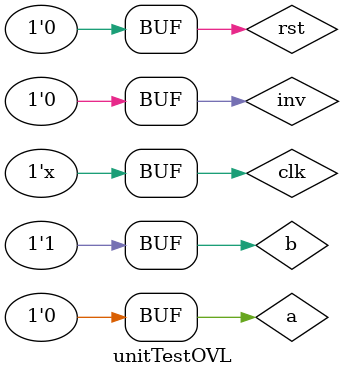
<source format=v>
/*
 * University of Illinois/NCSA
 * Open Source License
 *
 *  Copyright (c) 2007-2014,The Board of Trustees of the University of
 *  Illinois.  All rights reserved.
 *
 *  Copyright (c) 2014 Matthew Hicks
 *
 *  Developed by:
 *
 *  Matthew Hicks in the Department of Computer Science
 *  The University of Illinois at Urbana-Champaign
 *      http://www.impedimentToProgress.com
 *
 *       Permission is hereby granted, free of charge, to any person
 *       obtaining a copy of this software and associated
 *       documentation files (the "Software"), to deal with the
 *       Software without restriction, including without limitation
 *       the rights to use, copy, modify, merge, publish, distribute,
 *       sublicense, and/or sell copies of the Software, and to permit
 *       persons to whom the Software is furnished to do so, subject
 *       to the following conditions:
 *
 *          Redistributions of source code must retain the above
 *          copyright notice, this list of conditions and the
 *          following disclaimers.
 *
 *          Redistributions in binary form must reproduce the above
 *          copyright notice, this list of conditions and the
 *          following disclaimers in the documentation and/or other
 *          materials provided with the distribution.
 *
 *          Neither the names of Sam King, the University of Illinois,
 *          nor the names of its contributors may be used to endorse
 *          or promote products derived from this Software without
 *          specific prior written permission.
 *
 *  THE SOFTWARE IS PROVIDED "AS IS", WITHOUT WARRANTY OF ANY KIND,
 *  EXPRESS OR IMPLIED, INCLUDING BUT NOT LIMITED TO THE WARRANTIES OF
 *  MERCHANTABILITY, FITNESS FOR A PARTICULAR PURPOSE AND
 *  NONINFRINGEMENT.  IN NO EVENT SHALL THE CONTRIBUTORS OR COPYRIGHT
 *  HOLDERS BE LIABLE FOR ANY CLAIM, DAMAGES OR OTHER LIABILITY,
 *  WHETHER IN AN ACTION OF CONTRACT, TORT OR OTHERWISE, ARISING FROM,
 *  OUT OF OR IN CONNECTION WITH THE SOFTWARE OR THE USE OR OTHER
 *  DEALINGS WITH THE SOFTWARE.
 */

`timescale 1ns/1ns

module unitTestOVL();
  reg clk;
  wire rst;
  reg a;
  reg b;
  wire inv;
  wire assert_edge, assert_always;
  
  initial begin
    clk = 1'b0;
    a = 1'b0;
    b = 1'b0;
  end
   
  assign rst = 1'b0;
  assign inv = 1'b0;
  
  //b 0 to 1 then back
  //a 0 to 1 directly followed by b 0 to 1 then b back
  //a 1 to 0
  //a 0 to 1 while b stays at 0
  
  always begin
    #10 clk = ~clk;
    #10 clk = ~clk;
    #10 clk = ~clk;
    #10 clk = ~clk;
    b = 1'b1;
    #10 clk = ~clk;
    #10 clk = ~clk;
    #10 clk = ~clk;
    #10 clk = ~clk;
    b = 1'b0;
    #10 clk = ~clk;
    #10 clk = ~clk;
    #10 clk = ~clk;
    #10 clk = ~clk;
    a = 1;
    b = 1;
    #10 clk = ~clk;
    #10 clk = ~clk;
    #10 clk = ~clk;
    #10 clk = ~clk;
    b = 0;
    #10 clk = ~clk;
    #10 clk = ~clk;
    a = 0;
    #10 clk = ~clk;
    #10 clk = ~clk;
    #10 clk = ~clk;
    #10 clk = ~clk;
    #10 clk = ~clk;
    #10 clk = ~clk;
    a = 1;
    #10 clk = ~clk;
    #10 clk = ~clk;
    #10 clk = ~clk;
    #10 clk = ~clk;
    #10 clk = ~clk;
    #10 clk = ~clk;
    a = 0;
    b = 1;
    #10 clk = ~clk;
    #10 clk = ~clk;
    #10 clk = ~clk;
    #10 clk = ~clk;
    #10 clk = ~clk;
    #10 clk = ~clk;
  end
  
  ovl_always_on_edge_wrapped oaoew(
    .clk(clk),
    .rst(rst),
    .sampling_event(a),
    .test_expr(b),
    .prevConfigInvalid(inv),
    .out(assert_edge)
  );
  
  ovl_always_wrapped oaw(
    .clk(clk),
    .rst(rst),
    .test_expr(b),
    .prevConfigInvalid(inv),
    .out(assert_always)
  );
endmodule
</source>
